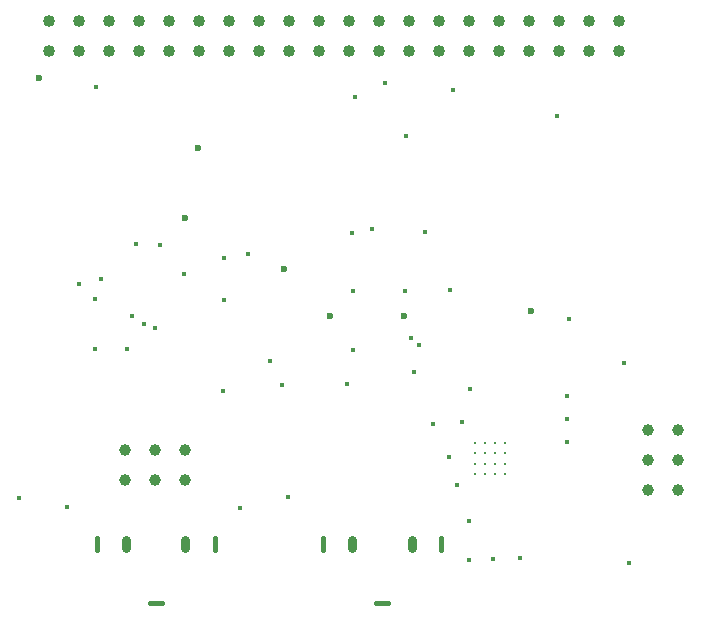
<source format=gbr>
%TF.GenerationSoftware,KiCad,Pcbnew,9.0.1*%
%TF.CreationDate,2025-04-21T12:49:12+00:00*%
%TF.ProjectId,pedalboard-soundcard,70656461-6c62-46f6-9172-642d736f756e,1.0.1-RC*%
%TF.SameCoordinates,Original*%
%TF.FileFunction,Plated,1,2,PTH,Mixed*%
%TF.FilePolarity,Positive*%
%FSLAX46Y46*%
G04 Gerber Fmt 4.6, Leading zero omitted, Abs format (unit mm)*
G04 Created by KiCad (PCBNEW 9.0.1) date 2025-04-21 12:49:12*
%MOMM*%
%LPD*%
G01*
G04 APERTURE LIST*
%TA.AperFunction,ComponentDrill*%
%ADD10C,0.300000*%
%TD*%
%TA.AperFunction,ViaDrill*%
%ADD11C,0.400000*%
%TD*%
G04 aperture for slot hole*
%TA.AperFunction,ComponentDrill*%
%ADD12C,0.400000*%
%TD*%
%TA.AperFunction,ViaDrill*%
%ADD13C,0.600000*%
%TD*%
G04 aperture for slot hole*
%TA.AperFunction,ComponentDrill*%
%ADD14C,0.800000*%
%TD*%
%TA.AperFunction,ComponentDrill*%
%ADD15C,1.000000*%
%TD*%
%TA.AperFunction,ComponentDrill*%
%ADD16C,1.016000*%
%TD*%
G04 APERTURE END LIST*
D10*
%TO.C,U6*%
X92950000Y-90477000D03*
X92950000Y-91343667D03*
X92950000Y-92210333D03*
X92950000Y-93077000D03*
X93816667Y-90477000D03*
X93816667Y-91343667D03*
X93816667Y-92210333D03*
X93816667Y-93077000D03*
X94683333Y-90477000D03*
X94683333Y-91343667D03*
X94683333Y-92210333D03*
X94683333Y-93077000D03*
X95550000Y-90477000D03*
X95550000Y-91343667D03*
X95550000Y-92210333D03*
X95550000Y-93077000D03*
%TD*%
D11*
X54370000Y-95120000D03*
X58450000Y-95920000D03*
X59420000Y-76990000D03*
X60775000Y-78250001D03*
X60790000Y-82540000D03*
X60920000Y-60290500D03*
X61343707Y-76618810D03*
X63500000Y-82500000D03*
X63920000Y-79680000D03*
X64310000Y-73640000D03*
X64919647Y-80390353D03*
X65844722Y-80744500D03*
X66290000Y-73700000D03*
X68350500Y-76150000D03*
X71620000Y-86100000D03*
X71710000Y-74810000D03*
X71710000Y-78350000D03*
X73070000Y-95930000D03*
X73770000Y-74470000D03*
X75650000Y-83510000D03*
X76620000Y-85530000D03*
X77110000Y-95070000D03*
X82130000Y-85470000D03*
X82530000Y-72690000D03*
X82625000Y-77575000D03*
X82630000Y-82610000D03*
X82840000Y-61150000D03*
X84240000Y-72360000D03*
X85380000Y-59970000D03*
X87030000Y-77600000D03*
X87120000Y-64440000D03*
X87588178Y-81535000D03*
X87800000Y-84480000D03*
X88240000Y-82190000D03*
X88770000Y-72600000D03*
X89450000Y-88870000D03*
X90780000Y-91680000D03*
X90840000Y-77540000D03*
X91150000Y-60600000D03*
X91430000Y-93990000D03*
X91901382Y-88688618D03*
X92500000Y-97070000D03*
X92500000Y-100330000D03*
X92560000Y-85890000D03*
X94470000Y-100290000D03*
X96810000Y-100230000D03*
X99940000Y-62780000D03*
X100750000Y-86490000D03*
X100750000Y-88440000D03*
X100750000Y-90410000D03*
X100900000Y-79960000D03*
X105600000Y-83700000D03*
X106000000Y-100600000D03*
D12*
%TO.C,J4*%
X60940000Y-99500000D02*
X60940000Y-98500000D01*
X66440000Y-104000000D02*
X65440000Y-104000000D01*
X70940000Y-98500000D02*
X70940000Y-99500000D01*
%TO.C,J5*%
X80100000Y-99500000D02*
X80100000Y-98500000D01*
X85600000Y-104000000D02*
X84600000Y-104000000D01*
X90100000Y-98500000D02*
X90100000Y-99500000D01*
%TD*%
D13*
X56095000Y-59535000D03*
X68400000Y-71450000D03*
X69549500Y-65450000D03*
X76830000Y-75730000D03*
X80720000Y-79670000D03*
X86970000Y-79670000D03*
X97735000Y-79325000D03*
D14*
%TO.C,J4*%
X63440000Y-99350000D02*
X63440000Y-98650000D01*
X68440000Y-98650000D02*
X68440000Y-99350000D01*
%TO.C,J5*%
X82600000Y-99350000D02*
X82600000Y-98650000D01*
X87600000Y-98650000D02*
X87600000Y-99350000D01*
D15*
%TO.C,J3*%
X63340000Y-91040000D03*
X63340000Y-93580000D03*
X65880000Y-91040000D03*
X65880000Y-93580000D03*
X68420000Y-91040000D03*
X68420000Y-93580000D03*
%TO.C,J2*%
X107650000Y-89400000D03*
X107650000Y-91940000D03*
X107650000Y-94480000D03*
X110190000Y-89400000D03*
X110190000Y-91940000D03*
X110190000Y-94480000D03*
D16*
%TO.C,J1*%
X56870000Y-54730000D03*
X56870000Y-57270000D03*
X59410000Y-54730000D03*
X59410000Y-57270000D03*
X61950000Y-54730000D03*
X61950000Y-57270000D03*
X64490000Y-54730000D03*
X64490000Y-57270000D03*
X67030000Y-54730000D03*
X67030000Y-57270000D03*
X69570000Y-54730000D03*
X69570000Y-57270000D03*
X72110000Y-54730000D03*
X72110000Y-57270000D03*
X74650000Y-54730000D03*
X74650000Y-57270000D03*
X77190000Y-54730000D03*
X77190000Y-57270000D03*
X79730000Y-54730000D03*
X79730000Y-57270000D03*
X82270000Y-54730000D03*
X82270000Y-57270000D03*
X84810000Y-54730000D03*
X84810000Y-57270000D03*
X87350000Y-54730000D03*
X87350000Y-57270000D03*
X89890000Y-54730000D03*
X89890000Y-57270000D03*
X92430000Y-54730000D03*
X92430000Y-57270000D03*
X94970000Y-54730000D03*
X94970000Y-57270000D03*
X97510000Y-54730000D03*
X97510000Y-57270000D03*
X100050000Y-54730000D03*
X100050000Y-57270000D03*
X102590000Y-54730000D03*
X102590000Y-57270000D03*
X105130000Y-54730000D03*
X105130000Y-57270000D03*
M02*

</source>
